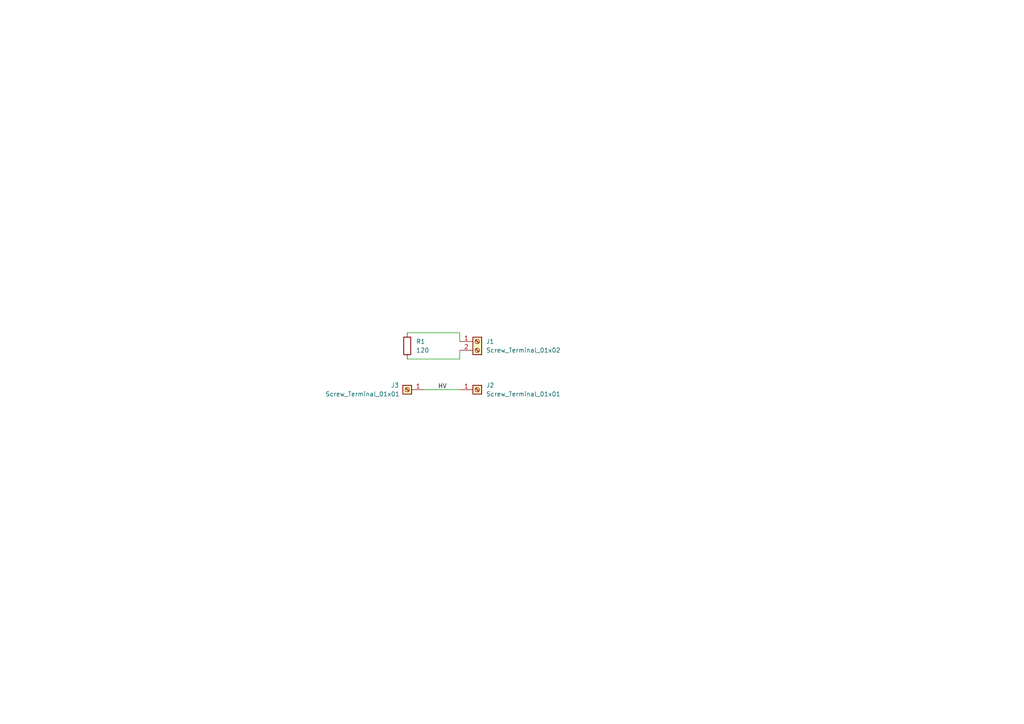
<source format=kicad_sch>
(kicad_sch (version 20231120) (generator "eeschema") (generator_version "8.0")
  (paper "A4")
  (title_block (title "Template") (company "Ontario Tech Racing"))
  (lib_symbols
    (symbol "Connector:Screw_Terminal_01x01" (pin_names (offset 1.016) hide)
      (property "Reference" "J" (at 0 2.54 0))
      (property "Value" "Screw_Terminal_01x01" (at 0 -2.54 0))
      (symbol "Screw_Terminal_01x01_1_1"
        (rectangle (start -1.27 1.27) (end 1.27 -1.27) (stroke (width 0.254)) (fill (type background)))
        (polyline (pts (xy -0.5334 0.3302) (xy 0.3302 -0.508)) (stroke (width 0.1524)))
        (polyline (pts (xy -0.3556 0.508) (xy 0.508 -0.3302)) (stroke (width 0.1524)))
        (circle (center 0 0) (radius 0.635) (stroke (width 0.1524)))
        (pin passive line (at -5.08 0 0) (length 3.81) (name "Pin_1") (number "1"))
      )
    )
    (symbol "Connector:Screw_Terminal_01x02" (pin_names (offset 1.016) hide)
      (property "Reference" "J" (at 0 2.54 0))
      (property "Value" "Screw_Terminal_01x02" (at 0 -5.08 0))
      (symbol "Screw_Terminal_01x02_1_1"
        (rectangle (start -1.27 1.27) (end 1.27 -3.81) (stroke (width 0.254)) (fill (type background)))
        (circle (center 0 -2.54) (radius 0.635) (stroke (width 0.1524)))
        (polyline (pts (xy -0.5334 -2.2098) (xy 0.3302 -3.048)) (stroke (width 0.1524)))
        (polyline (pts (xy -0.5334 0.3302) (xy 0.3302 -0.508)) (stroke (width 0.1524)))
        (polyline (pts (xy -0.3556 -2.032) (xy 0.508 -2.8702)) (stroke (width 0.1524)))
        (polyline (pts (xy -0.3556 0.508) (xy 0.508 -0.3302)) (stroke (width 0.1524)))
        (circle (center 0 0) (radius 0.635) (stroke (width 0.1524)))
        (pin passive line (at -5.08 0 0) (length 3.81) (name "Pin_1") (number "1"))
        (pin passive line (at -5.08 -2.54 0) (length 3.81) (name "Pin_2") (number "2"))
      )
    )
    (symbol "Device:R" (pin_numbers hide) (pin_names (offset 0))
      (property "Reference" "R" (at 2.032 0 90))
      (property "Value" "R" (at 0 0 90))
      (symbol "R_0_1"
        (rectangle (start -1.016 -2.54) (end 1.016 2.54) (stroke (width 0.254)))
      )
      (symbol "R_1_1"
        (pin passive line (at 0 3.81 270) (length 1.27) (name "~") (number "1"))
        (pin passive line (at 0 -3.81 90) (length 1.27) (name "~") (number "2"))
      )
    )
  )
  (wire (pts (xy 133.35 104.14) (xy 133.35 101.6)))
  (wire (pts (xy 123.19 113.03) (xy 133.35 113.03)))
  (wire (pts (xy 118.11 96.52) (xy 133.35 96.52)))
  (wire (pts (xy 133.35 96.52) (xy 133.35 99.06)))
  (wire (pts (xy 133.35 104.14) (xy 118.11 104.14)))
  (label "HV" (at 127 113.03 0))
  (symbol (lib_id "Connector:Screw_Terminal_01x01") (at 138.43 113.03 0) (unit 1)
    (property "Reference" "J2" (at 140.97 111.7599 0) (effects (justify left)))
    (property "Value" "Screw_Terminal_01x01" (at 140.97 114.2999 0) (effects (justify left)))
    (property "Footprint" "Connector_PinHeader_2.54mm:PinHeader_1x01_P2.54mm_Vertical" (effects (hide yes)))
    (property "Description" "Generic screw terminal, single row, 01x01, script generated (kicad-library-utils/schlib/autogen/connector/)" (effects (hide yes)))
  )
  (symbol (lib_id "Connector:Screw_Terminal_01x01") (at 118.11 113.03 180) (unit 1)
    (property "Reference" "J3" (at 114.554 111.76 0))
    (property "Value" "Screw_Terminal_01x01" (at 105.156 114.3 0))
    (property "Footprint" "Connector_PinHeader_2.54mm:PinHeader_1x01_P2.54mm_Vertical" (effects (hide yes)))
    (property "Description" "Generic screw terminal, single row, 01x01, script generated (kicad-library-utils/schlib/autogen/connector/)" (effects (hide yes)))
  )
  (symbol (lib_id "Device:R") (at 118.11 100.33 0) (unit 1)
    (property "Reference" "R1" (at 120.65 99.0599 0) (effects (justify left)))
    (property "Value" "120" (at 120.65 101.5999 0) (effects (justify left)))
    (property "Footprint" "Resistor_SMD:R_0603_1608Metric" (effects (hide yes)))
    (property "Description" "Resistor" (effects (hide yes)))
  )
  (symbol (lib_id "Connector:Screw_Terminal_01x02") (at 138.43 99.06 0) (unit 1)
    (property "Reference" "J1" (at 140.97 99.0599 0) (effects (justify left)))
    (property "Value" "Screw_Terminal_01x02" (at 140.97 101.5999 0) (effects (justify left)))
    (property "Footprint" "Connector_PinHeader_2.54mm:PinHeader_1x02_P2.54mm_Vertical" (effects (hide yes)))
    (property "Description" "Generic screw terminal, single row, 01x02, script generated (kicad-library-utils/schlib/autogen/connector/)" (effects (hide yes)))
  )
)
</source>
